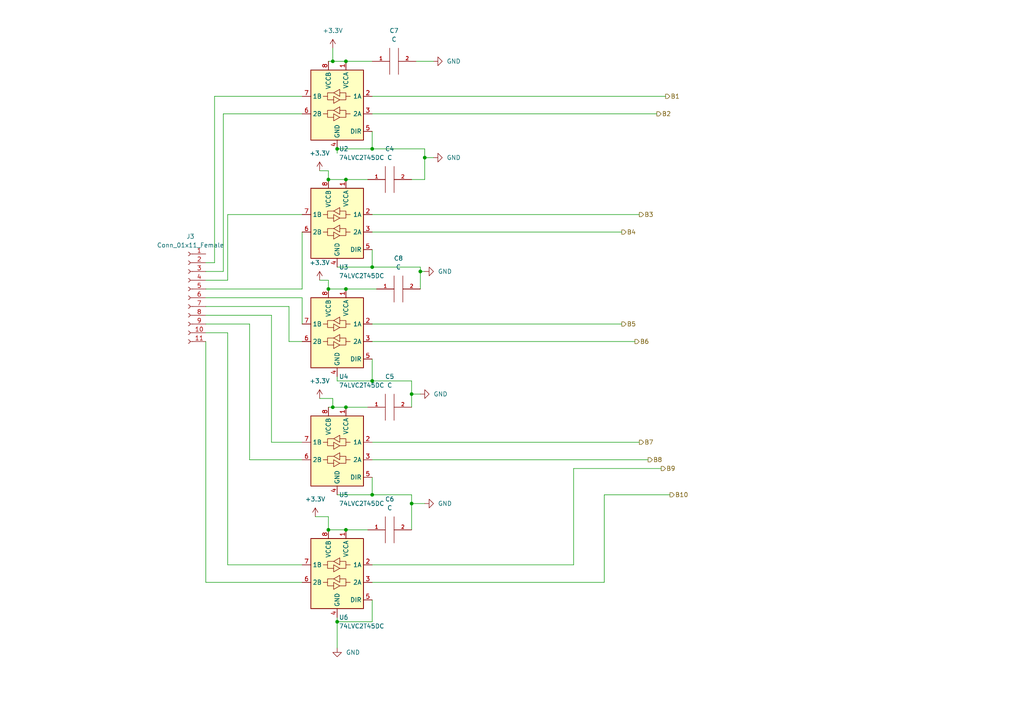
<source format=kicad_sch>
(kicad_sch (version 20211123) (generator eeschema)
  (paper "A4")
  (lib_symbols
    (symbol "Connector:Conn_01x11_Female" (pin_names (offset 1.016) hide)
      (property "Reference" "J" (at 0 15.24 0))
      (property "Value" "Conn_01x11_Female" (at 0 -15.24 0))
      (symbol "Conn_01x11_Female_1_1"
        (arc (start 0 -12.192) (mid -0.508 -12.7) (end 0 -13.208) (stroke (width 0.1524)))
        (arc (start 0 -9.652) (mid -0.508 -10.16) (end 0 -10.668) (stroke (width 0.1524)))
        (arc (start 0 -7.112) (mid -0.508 -7.62) (end 0 -8.128) (stroke (width 0.1524)))
        (arc (start 0 -4.572) (mid -0.508 -5.08) (end 0 -5.588) (stroke (width 0.1524)))
        (arc (start 0 -2.032) (mid -0.508 -2.54) (end 0 -3.048) (stroke (width 0.1524)))
        (polyline (pts (xy -1.27 -12.7) (xy -0.508 -12.7)) (stroke (width 0.1524)))
        (polyline (pts (xy -1.27 -10.16) (xy -0.508 -10.16)) (stroke (width 0.1524)))
        (polyline (pts (xy -1.27 -7.62) (xy -0.508 -7.62)) (stroke (width 0.1524)))
        (polyline (pts (xy -1.27 -5.08) (xy -0.508 -5.08)) (stroke (width 0.1524)))
        (polyline (pts (xy -1.27 -2.54) (xy -0.508 -2.54)) (stroke (width 0.1524)))
        (polyline (pts (xy -1.27 0) (xy -0.508 0)) (stroke (width 0.1524)))
        (polyline (pts (xy -1.27 2.54) (xy -0.508 2.54)) (stroke (width 0.1524)))
        (polyline (pts (xy -1.27 5.08) (xy -0.508 5.08)) (stroke (width 0.1524)))
        (polyline (pts (xy -1.27 7.62) (xy -0.508 7.62)) (stroke (width 0.1524)))
        (polyline (pts (xy -1.27 10.16) (xy -0.508 10.16)) (stroke (width 0.1524)))
        (polyline (pts (xy -1.27 12.7) (xy -0.508 12.7)) (stroke (width 0.1524)))
        (arc (start 0 0.508) (mid -0.508 0) (end 0 -0.508) (stroke (width 0.1524)))
        (arc (start 0 3.048) (mid -0.508 2.54) (end 0 2.032) (stroke (width 0.1524)))
        (arc (start 0 5.588) (mid -0.508 5.08) (end 0 4.572) (stroke (width 0.1524)))
        (arc (start 0 8.128) (mid -0.508 7.62) (end 0 7.112) (stroke (width 0.1524)))
        (arc (start 0 10.668) (mid -0.508 10.16) (end 0 9.652) (stroke (width 0.1524)))
        (arc (start 0 13.208) (mid -0.508 12.7) (end 0 12.192) (stroke (width 0.1524)))
        (pin passive line (at -5.08 12.7 0) (length 3.81) (name "Pin_1") (number "1"))
        (pin passive line (at -5.08 -10.16 0) (length 3.81) (name "Pin_10") (number "10"))
        (pin passive line (at -5.08 -12.7 0) (length 3.81) (name "Pin_11") (number "11"))
        (pin passive line (at -5.08 10.16 0) (length 3.81) (name "Pin_2") (number "2"))
        (pin passive line (at -5.08 7.62 0) (length 3.81) (name "Pin_3") (number "3"))
        (pin passive line (at -5.08 5.08 0) (length 3.81) (name "Pin_4") (number "4"))
        (pin passive line (at -5.08 2.54 0) (length 3.81) (name "Pin_5") (number "5"))
        (pin passive line (at -5.08 0 0) (length 3.81) (name "Pin_6") (number "6"))
        (pin passive line (at -5.08 -2.54 0) (length 3.81) (name "Pin_7") (number "7"))
        (pin passive line (at -5.08 -5.08 0) (length 3.81) (name "Pin_8") (number "8"))
        (pin passive line (at -5.08 -7.62 0) (length 3.81) (name "Pin_9") (number "9"))
      )
    )
    (symbol "Logic_LevelTranslator:74LVC2T45DC"
      (property "Reference" "U" (at 6.35 -11.43 0))
      (property "Value" "74LVC2T45DC" (at 10.16 11.43 0))
      (symbol "74LVC2T45DC_1_1"
        (rectangle (start -7.62 10.16) (end 7.62 -10.16) (stroke (width 0.254)) (fill (type background)))
        (polyline (pts (xy -2.54 -2.54) (xy -2.54 -1.524) (xy -0.762 -1.524)))
        (polyline (pts (xy -2.54 2.54) (xy -2.54 3.556) (xy -0.762 3.556)))
        (polyline (pts (xy 2.794 -2.54) (xy 2.794 -3.556) (xy 1.016 -3.556)))
        (polyline (pts (xy 2.794 2.54) (xy 2.794 1.524) (xy 1.016 1.524)))
        (polyline (pts (xy -0.762 -3.556) (xy -2.54 -3.556) (xy -2.54 -2.54) (xy -3.81 -2.54)))
        (polyline (pts (xy -0.762 -2.54) (xy -0.762 -0.508) (xy 1.016 -1.524) (xy -0.762 -2.54)))
        (polyline (pts (xy -0.762 1.524) (xy -2.54 1.524) (xy -2.54 2.54) (xy -3.81 2.54)))
        (polyline (pts (xy -0.762 2.54) (xy -0.762 4.572) (xy 1.016 3.556) (xy -0.762 2.54)))
        (polyline (pts (xy 1.016 -1.524) (xy 2.794 -1.524) (xy 2.794 -2.54) (xy 4.064 -2.54)))
        (polyline (pts (xy 1.016 3.556) (xy 2.794 3.556) (xy 2.794 2.54) (xy 4.064 2.54)))
        (polyline (pts (xy 1.016 -2.54) (xy 1.016 -4.318) (xy 1.016 -4.572) (xy -0.762 -3.556) (xy 1.016 -2.54)))
        (polyline (pts (xy 1.016 2.54) (xy 1.016 0.762) (xy 1.016 0.508) (xy -0.762 1.524) (xy 1.016 2.54)))
        (pin power_in line (at -2.54 12.7 270) (length 2.54) (name "VCCA") (number "1"))
        (pin bidirectional line (at -10.16 2.54 0) (length 2.54) (name "1A") (number "2"))
        (pin bidirectional line (at -10.16 -2.54 0) (length 2.54) (name "2A") (number "3"))
        (pin power_in line (at 0 -12.7 90) (length 2.54) (name "GND") (number "4"))
        (pin input line (at -10.16 -7.62 0) (length 2.54) (name "DIR") (number "5"))
        (pin bidirectional line (at 10.16 -2.54 180) (length 2.54) (name "2B") (number "6"))
        (pin bidirectional line (at 10.16 2.54 180) (length 2.54) (name "1B") (number "7"))
        (pin power_in line (at 2.54 12.7 270) (length 2.54) (name "VCCB") (number "8"))
      )
    )
    (symbol "power:+3.3V" (power) (pin_names (offset 0))
      (property "Value" "+3.3V" (at 0 3.556 0))
      (symbol "+3.3V_0_1"
        (polyline (pts (xy -0.762 1.27) (xy 0 2.54)))
        (polyline (pts (xy 0 0) (xy 0 2.54)))
        (polyline (pts (xy 0 2.54) (xy 0.762 1.27)))
      )
      (symbol "+3.3V_1_1"
        (pin power_in line (at 0 0 90) (length 0) hide (name "+3.3V") (number "1"))
      )
    )
    (symbol "power:GND" (power) (pin_names (offset 0))
      (property "Value" "GND" (at 0 -3.81 0))
      (symbol "GND_0_1"
        (polyline (pts (xy 0 0) (xy 0 -1.27) (xy 1.27 -1.27) (xy 0 -2.54) (xy -1.27 -1.27) (xy 0 -1.27)))
      )
      (symbol "GND_1_1"
        (pin power_in line (at 0 0 270) (length 0) hide (name "GND") (number "1"))
      )
    )
    (symbol "pspice:C" (pin_names (offset 0.254))
      (property "Reference" "C" (at 2.54 3.81 90))
      (property "Value" "C" (at 2.54 -3.81 90))
      (symbol "C_0_1"
        (polyline (pts (xy -3.81 -1.27) (xy 3.81 -1.27)))
        (polyline (pts (xy -3.81 1.27) (xy 3.81 1.27)))
      )
      (symbol "C_1_1"
        (pin passive line (at 0 6.35 270) (length 5.08) (name "~") (number "1"))
        (pin passive line (at 0 -6.35 90) (length 5.08) (name "~") (number "2"))
      )
    )
  )
  (junction (at 107.95 110.49))
  (junction (at 100.33 153.67))
  (junction (at 123.19 45.72))
  (junction (at 95.25 153.67))
  (junction (at 96.52 17.78))
  (junction (at 96.52 118.11))
  (junction (at 119.38 114.3))
  (junction (at 100.33 83.82))
  (junction (at 107.95 43.18))
  (junction (at 107.95 143.51))
  (junction (at 119.38 146.05))
  (junction (at 95.25 83.82))
  (junction (at 107.95 77.47))
  (junction (at 100.33 118.11))
  (junction (at 100.33 17.78))
  (junction (at 121.92 78.74))
  (junction (at 95.25 52.07))
  (junction (at 97.79 43.18))
  (junction (at 100.33 52.07))
  (junction (at 97.79 180.34))
  (wire (pts (xy 100.33 153.67) (xy 106.68 153.67)))
  (wire (pts (xy 59.69 78.74) (xy 64.77 78.74)))
  (wire (pts (xy 97.79 110.49) (xy 107.95 110.49)))
  (wire (pts (xy 59.69 91.44) (xy 78.74 91.44)))
  (wire (pts (xy 107.95 168.91) (xy 175.26 168.91)))
  (wire (pts (xy 107.95 77.47) (xy 121.92 77.47)))
  (wire (pts (xy 119.38 114.3) (xy 121.92 114.3)))
  (wire (pts (xy 59.69 88.9) (xy 83.82 88.9)))
  (wire (pts (xy 107.95 38.1) (xy 107.95 43.18)))
  (wire (pts (xy 166.37 163.83) (xy 166.37 135.89)))
  (wire (pts (xy 62.23 27.94) (xy 62.23 76.2)))
  (wire (pts (xy 91.44 149.86) (xy 95.25 149.86)))
  (wire (pts (xy 66.04 163.83) (xy 66.04 96.52)))
  (wire (pts (xy 107.95 128.27) (xy 185.42 128.27)))
  (wire (pts (xy 123.19 146.05) (xy 119.38 146.05)))
  (wire (pts (xy 97.79 143.51) (xy 107.95 143.51)))
  (wire (pts (xy 66.04 62.23) (xy 66.04 81.28)))
  (wire (pts (xy 107.95 43.18) (xy 123.19 43.18)))
  (wire (pts (xy 87.63 62.23) (xy 66.04 62.23)))
  (wire (pts (xy 92.71 49.53) (xy 95.25 49.53)))
  (wire (pts (xy 97.79 77.47) (xy 107.95 77.47)))
  (wire (pts (xy 87.63 168.91) (xy 59.69 168.91)))
  (wire (pts (xy 107.95 62.23) (xy 185.42 62.23)))
  (wire (pts (xy 119.38 143.51) (xy 119.38 146.05)))
  (wire (pts (xy 107.95 163.83) (xy 166.37 163.83)))
  (wire (pts (xy 96.52 17.78) (xy 100.33 17.78)))
  (wire (pts (xy 66.04 81.28) (xy 59.69 81.28)))
  (wire (pts (xy 95.25 49.53) (xy 95.25 52.07)))
  (wire (pts (xy 95.25 52.07) (xy 100.33 52.07)))
  (wire (pts (xy 95.25 118.11) (xy 96.52 118.11)))
  (wire (pts (xy 83.82 99.06) (xy 83.82 88.9)))
  (wire (pts (xy 100.33 17.78) (xy 107.95 17.78)))
  (wire (pts (xy 107.95 67.31) (xy 180.34 67.31)))
  (wire (pts (xy 125.73 45.72) (xy 123.19 45.72)))
  (wire (pts (xy 87.63 128.27) (xy 78.74 128.27)))
  (wire (pts (xy 62.23 76.2) (xy 59.69 76.2)))
  (wire (pts (xy 95.25 149.86) (xy 95.25 153.67)))
  (wire (pts (xy 120.65 17.78) (xy 125.73 17.78)))
  (wire (pts (xy 59.69 86.36) (xy 87.63 86.36)))
  (wire (pts (xy 95.25 17.78) (xy 96.52 17.78)))
  (wire (pts (xy 87.63 27.94) (xy 62.23 27.94)))
  (wire (pts (xy 92.71 81.28) (xy 95.25 81.28)))
  (wire (pts (xy 175.26 168.91) (xy 175.26 143.51)))
  (wire (pts (xy 97.79 179.07) (xy 97.79 180.34)))
  (wire (pts (xy 95.25 153.67) (xy 100.33 153.67)))
  (wire (pts (xy 96.52 13.97) (xy 96.52 17.78)))
  (wire (pts (xy 59.69 93.98) (xy 72.39 93.98)))
  (wire (pts (xy 92.71 115.57) (xy 96.52 115.57)))
  (wire (pts (xy 87.63 99.06) (xy 83.82 99.06)))
  (wire (pts (xy 107.95 143.51) (xy 119.38 143.51)))
  (wire (pts (xy 96.52 118.11) (xy 100.33 118.11)))
  (wire (pts (xy 100.33 52.07) (xy 106.68 52.07)))
  (wire (pts (xy 64.77 33.02) (xy 87.63 33.02)))
  (wire (pts (xy 87.63 133.35) (xy 72.39 133.35)))
  (wire (pts (xy 95.25 81.28) (xy 95.25 83.82)))
  (wire (pts (xy 96.52 115.57) (xy 96.52 118.11)))
  (wire (pts (xy 107.95 133.35) (xy 187.96 133.35)))
  (wire (pts (xy 107.95 72.39) (xy 107.95 77.47)))
  (wire (pts (xy 107.95 173.99) (xy 107.95 180.34)))
  (wire (pts (xy 119.38 146.05) (xy 119.38 153.67)))
  (wire (pts (xy 97.79 44.45) (xy 97.79 43.18)))
  (wire (pts (xy 119.38 118.11) (xy 119.38 114.3)))
  (wire (pts (xy 64.77 78.74) (xy 64.77 33.02)))
  (wire (pts (xy 119.38 52.07) (xy 123.19 52.07)))
  (wire (pts (xy 97.79 109.22) (xy 97.79 110.49)))
  (wire (pts (xy 121.92 77.47) (xy 121.92 78.74)))
  (wire (pts (xy 166.37 135.89) (xy 191.77 135.89)))
  (wire (pts (xy 97.79 180.34) (xy 97.79 187.96)))
  (wire (pts (xy 107.95 110.49) (xy 119.38 110.49)))
  (wire (pts (xy 123.19 43.18) (xy 123.19 45.72)))
  (wire (pts (xy 107.95 93.98) (xy 180.34 93.98)))
  (wire (pts (xy 121.92 78.74) (xy 123.19 78.74)))
  (wire (pts (xy 119.38 114.3) (xy 119.38 110.49)))
  (wire (pts (xy 72.39 133.35) (xy 72.39 93.98)))
  (wire (pts (xy 100.33 118.11) (xy 106.68 118.11)))
  (wire (pts (xy 100.33 83.82) (xy 109.22 83.82)))
  (wire (pts (xy 59.69 83.82) (xy 87.63 83.82)))
  (wire (pts (xy 95.25 83.82) (xy 100.33 83.82)))
  (wire (pts (xy 175.26 143.51) (xy 194.31 143.51)))
  (wire (pts (xy 87.63 83.82) (xy 87.63 67.31)))
  (wire (pts (xy 107.95 138.43) (xy 107.95 143.51)))
  (wire (pts (xy 87.63 93.98) (xy 87.63 86.36)))
  (wire (pts (xy 107.95 99.06) (xy 184.15 99.06)))
  (wire (pts (xy 97.79 43.18) (xy 107.95 43.18)))
  (wire (pts (xy 121.92 83.82) (xy 121.92 78.74)))
  (wire (pts (xy 59.69 96.52) (xy 66.04 96.52)))
  (wire (pts (xy 107.95 27.94) (xy 193.04 27.94)))
  (wire (pts (xy 107.95 33.02) (xy 190.5 33.02)))
  (wire (pts (xy 78.74 128.27) (xy 78.74 91.44)))
  (wire (pts (xy 59.69 168.91) (xy 59.69 99.06)))
  (wire (pts (xy 123.19 52.07) (xy 123.19 45.72)))
  (wire (pts (xy 107.95 104.14) (xy 107.95 110.49)))
  (wire (pts (xy 87.63 163.83) (xy 66.04 163.83)))
  (wire (pts (xy 107.95 180.34) (xy 97.79 180.34)))
  (hierarchical_label "B1" (shape output) (at 193.04 27.94 0))
  (hierarchical_label "B7" (shape output) (at 185.42 128.27 0))
  (hierarchical_label "B3" (shape output) (at 185.42 62.23 0))
  (hierarchical_label "B4" (shape output) (at 180.34 67.31 0))
  (hierarchical_label "B9" (shape output) (at 191.77 135.89 0))
  (hierarchical_label "B10" (shape output) (at 194.31 143.51 0))
  (hierarchical_label "B2" (shape output) (at 190.5 33.02 0))
  (hierarchical_label "B6" (shape output) (at 184.15 99.06 0))
  (hierarchical_label "B5" (shape output) (at 180.34 93.98 0))
  (hierarchical_label "B8" (shape output) (at 187.96 133.35 0))
  (symbol (lib_id "Logic_LevelTranslator:74LVC2T45DC") (at 97.79 130.81 0) (mirror y) (unit 1)
    (property "Reference" "U5" (at 98.3106 143.51 0) (effects (justify right)))
    (property "Value" "74LVC2T45DC" (at 98.3106 146.05 0) (effects (justify right)))
    (property "Footprint" "Package_SO:VSSOP-8_2.3x2mm_P0.5mm" (effects hide))
    (property "Datasheet" "https://assets.nexperia.com/documents/data-sheet/74LVC_LVCH2T45.pdf" (effects hide))
  )
  (symbol (lib_id "Logic_LevelTranslator:74LVC2T45DC") (at 97.79 64.77 0) (mirror y) (unit 1)
    (property "Reference" "U3" (at 98.3106 77.47 0) (effects (justify right)))
    (property "Value" "74LVC2T45DC" (at 98.3106 80.01 0) (effects (justify right)))
    (property "Footprint" "Package_SO:VSSOP-8_2.3x2mm_P0.5mm" (effects hide))
    (property "Datasheet" "https://assets.nexperia.com/documents/data-sheet/74LVC_LVCH2T45.pdf" (effects hide))
  )
  (symbol (lib_id "power:GND") (at 123.19 146.05 90) (unit 1)
    (property "Reference" "#PWR0110" (effects hide))
    (property "Value" "GND" (at 127 146.0499 90) (effects (justify right)))
  )
  (symbol (lib_id "Logic_LevelTranslator:74LVC2T45DC") (at 97.79 30.48 0) (mirror y) (unit 1)
    (property "Reference" "U2" (at 98.3106 43.18 0) (effects (justify right)))
    (property "Value" "74LVC2T45DC" (at 98.3106 45.72 0) (effects (justify right)))
    (property "Footprint" "Package_SO:VSSOP-8_2.3x2mm_P0.5mm" (effects hide))
    (property "Datasheet" "https://assets.nexperia.com/documents/data-sheet/74LVC_LVCH2T45.pdf" (effects hide))
  )
  (symbol (lib_id "power:+3.3V") (at 92.71 81.28 0) (unit 1)
    (property "Reference" "#PWR0104" (effects hide))
    (property "Value" "+3.3V" (at 92.71 76.2 0))
  )
  (symbol (lib_id "power:+3.3V") (at 92.71 49.53 0) (unit 1)
    (property "Reference" "#PWR0111" (effects hide))
    (property "Value" "+3.3V" (at 92.71 44.45 0))
  )
  (symbol (lib_id "pspice:C") (at 114.3 17.78 90) (unit 1)
    (property "Reference" "C7" (at 114.3 8.89 90))
    (property "Value" "C" (at 114.3 11.43 90))
    (property "Footprint" "Capacitor_SMD:C_0805_2012Metric" (effects hide))
  )
  (symbol (lib_id "pspice:C") (at 113.03 153.67 90) (unit 1)
    (property "Reference" "C6" (at 113.03 144.78 90))
    (property "Value" "C" (at 113.03 147.32 90))
    (property "Footprint" "Capacitor_SMD:C_0805_2012Metric" (effects hide))
  )
  (symbol (lib_id "pspice:C") (at 113.03 52.07 90) (unit 1)
    (property "Reference" "C4" (at 113.03 43.18 90))
    (property "Value" "C" (at 113.03 45.72 90))
    (property "Footprint" "Capacitor_SMD:C_0805_2012Metric" (effects hide))
  )
  (symbol (lib_id "power:GND") (at 125.73 45.72 90) (unit 1)
    (property "Reference" "#PWR0114" (effects hide))
    (property "Value" "GND" (at 129.54 45.7199 90) (effects (justify right)))
  )
  (symbol (lib_id "Connector:Conn_01x11_Female") (at 54.61 86.36 0) (mirror y) (unit 1)
    (property "Reference" "J3" (at 55.245 68.58 0))
    (property "Value" "Conn_01x11_Female" (at 55.245 71.12 0))
    (property "Footprint" "Connector_PinHeader_2.54mm:PinHeader_1x11_P2.54mm_Vertical" (effects hide))
  )
  (symbol (lib_id "power:GND") (at 121.92 114.3 90) (unit 1)
    (property "Reference" "#PWR0108" (effects hide))
    (property "Value" "GND" (at 125.73 114.2999 90) (effects (justify right)))
  )
  (symbol (lib_id "Logic_LevelTranslator:74LVC2T45DC") (at 97.79 96.52 0) (mirror y) (unit 1)
    (property "Reference" "U4" (at 98.3106 109.22 0) (effects (justify right)))
    (property "Value" "74LVC2T45DC" (at 98.3106 111.76 0) (effects (justify right)))
    (property "Footprint" "Package_SO:VSSOP-8_2.3x2mm_P0.5mm" (effects hide))
    (property "Datasheet" "https://assets.nexperia.com/documents/data-sheet/74LVC_LVCH2T45.pdf" (effects hide))
  )
  (symbol (lib_id "power:+3.3V") (at 96.52 13.97 0) (unit 1)
    (property "Reference" "#PWR0112" (effects hide))
    (property "Value" "+3.3V" (at 96.52 8.89 0))
  )
  (symbol (lib_id "pspice:C") (at 115.57 83.82 90) (unit 1)
    (property "Reference" "C8" (at 115.57 74.93 90))
    (property "Value" "C" (at 115.57 77.47 90))
    (property "Footprint" "Capacitor_SMD:C_0805_2012Metric" (effects hide))
  )
  (symbol (lib_id "power:GND") (at 125.73 17.78 90) (unit 1)
    (property "Reference" "#PWR0113" (effects hide))
    (property "Value" "GND" (at 129.54 17.7799 90) (effects (justify right)))
  )
  (symbol (lib_id "Logic_LevelTranslator:74LVC2T45DC") (at 97.79 166.37 0) (mirror y) (unit 1)
    (property "Reference" "U6" (at 98.3106 179.07 0) (effects (justify right)))
    (property "Value" "74LVC2T45DC" (at 98.3106 181.61 0) (effects (justify right)))
    (property "Footprint" "Package_SO:VSSOP-8_2.3x2mm_P0.5mm" (effects hide))
    (property "Datasheet" "https://assets.nexperia.com/documents/data-sheet/74LVC_LVCH2T45.pdf" (effects hide))
  )
  (symbol (lib_id "power:GND") (at 123.19 78.74 90) (unit 1)
    (property "Reference" "#PWR0107" (effects hide))
    (property "Value" "GND" (at 127 78.7399 90) (effects (justify right)))
  )
  (symbol (lib_id "power:+3.3V") (at 92.71 115.57 0) (unit 1)
    (property "Reference" "#PWR0106" (effects hide))
    (property "Value" "+3.3V" (at 92.71 110.49 0))
  )
  (symbol (lib_id "pspice:C") (at 113.03 118.11 90) (unit 1)
    (property "Reference" "C5" (at 113.03 109.22 90))
    (property "Value" "C" (at 113.03 111.76 90))
    (property "Footprint" "Capacitor_SMD:C_0805_2012Metric" (effects hide))
  )
  (symbol (lib_id "power:+3.3V") (at 91.44 149.86 0) (unit 1)
    (property "Reference" "#PWR0105" (effects hide))
    (property "Value" "+3.3V" (at 91.44 144.78 0))
  )
  (symbol (lib_id "power:GND") (at 97.79 187.96 0) (unit 1)
    (property "Reference" "#PWR0109" (effects hide))
    (property "Value" "GND" (at 100.33 189.2299 0) (effects (justify left)))
  )
)
</source>
